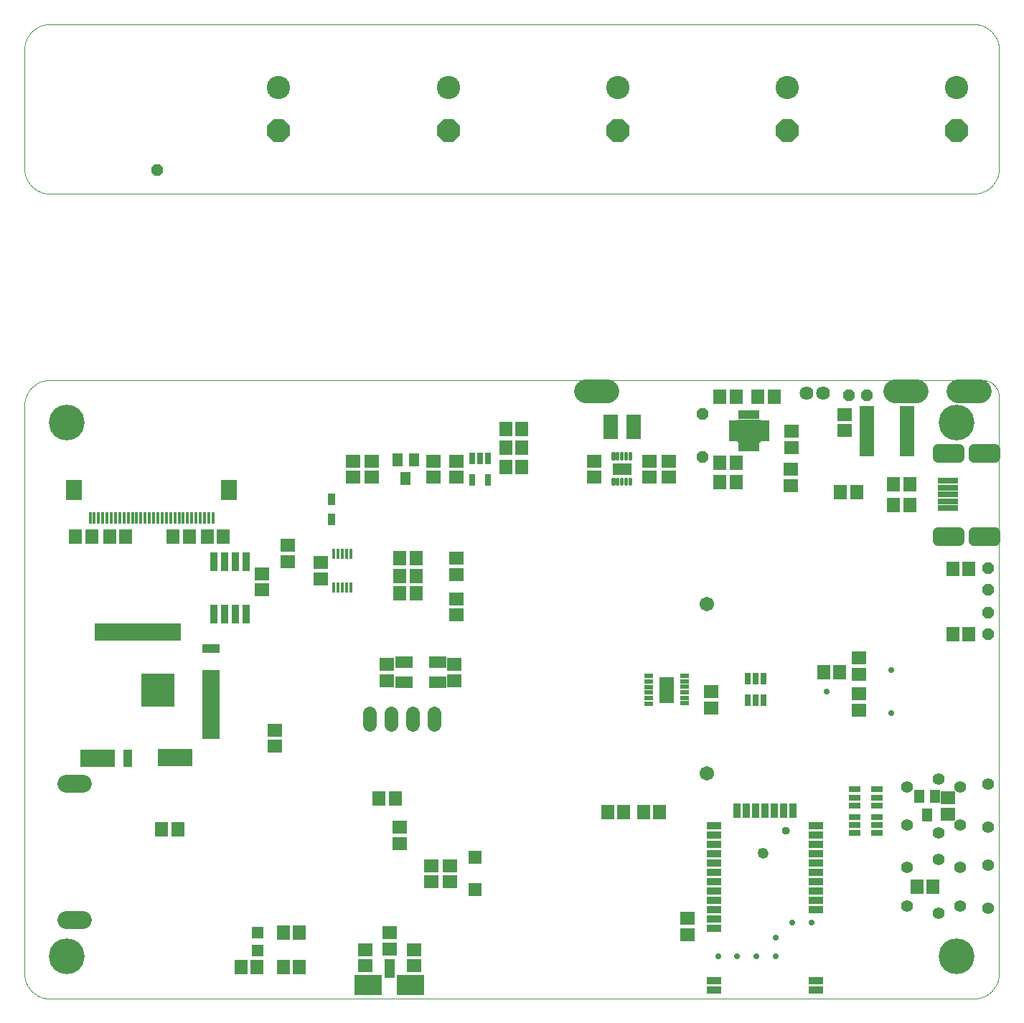
<source format=gbs>
G75*
%MOIN*%
%OFA0B0*%
%FSLAX25Y25*%
%IPPOS*%
%LPD*%
%AMOC8*
5,1,8,0,0,1.08239X$1,22.5*
%
%ADD10C,0.00000*%
%ADD11R,0.05918X0.06706*%
%ADD12R,0.06706X0.05918*%
%ADD13C,0.06706*%
%ADD14C,0.10800*%
%ADD15OC8,0.10800*%
%ADD16R,0.12611X0.09461*%
%ADD17R,0.04737X0.08674*%
%ADD18C,0.06400*%
%ADD19R,0.05524X0.05524*%
%ADD20R,0.03000X0.05800*%
%ADD21R,0.04343X0.02375*%
%ADD22R,0.07099X0.12217*%
%ADD23R,0.03400X0.08800*%
%ADD24R,0.01575X0.05512*%
%ADD25R,0.07480X0.09252*%
%ADD26R,0.01587X0.04737*%
%ADD27R,0.04737X0.06312*%
%ADD28C,0.08477*%
%ADD29C,0.01427*%
%ADD30R,0.08674X0.05524*%
%ADD31R,0.05800X0.03000*%
%ADD32R,0.06706X0.11430*%
%ADD33R,0.07099X0.23241*%
%ADD34OC8,0.05600*%
%ADD35R,0.03300X0.05800*%
%ADD36C,0.10850*%
%ADD37C,0.02769*%
%ADD38R,0.07887X0.05524*%
%ADD39R,0.09658X0.02769*%
%ADD40C,0.04337*%
%ADD41R,0.01981X0.03950*%
%ADD42R,0.03950X0.01981*%
%ADD43R,0.10643X0.10643*%
%ADD44C,0.06200*%
%ADD45C,0.03753*%
%ADD46C,0.04934*%
%ADD47C,0.05524*%
%ADD48R,0.06312X0.06312*%
%ADD49R,0.03950X0.08280*%
%ADD50R,0.08280X0.03950*%
%ADD51R,0.15367X0.15367*%
%ADD52R,0.06706X0.03556*%
%ADD53R,0.03556X0.06706*%
%ADD54C,0.16611*%
%ADD55OC8,0.05229*%
D10*
X0071650Y0095547D02*
X0500784Y0095547D01*
X0501069Y0095550D01*
X0501355Y0095561D01*
X0501640Y0095578D01*
X0501924Y0095602D01*
X0502208Y0095633D01*
X0502491Y0095671D01*
X0502772Y0095716D01*
X0503053Y0095767D01*
X0503333Y0095825D01*
X0503611Y0095890D01*
X0503887Y0095962D01*
X0504161Y0096040D01*
X0504434Y0096125D01*
X0504704Y0096217D01*
X0504972Y0096315D01*
X0505238Y0096419D01*
X0505501Y0096530D01*
X0505761Y0096647D01*
X0506019Y0096770D01*
X0506273Y0096900D01*
X0506524Y0097036D01*
X0506772Y0097177D01*
X0507016Y0097325D01*
X0507257Y0097478D01*
X0507493Y0097638D01*
X0507726Y0097803D01*
X0507955Y0097973D01*
X0508180Y0098149D01*
X0508400Y0098331D01*
X0508616Y0098517D01*
X0508827Y0098709D01*
X0509034Y0098906D01*
X0509236Y0099108D01*
X0509433Y0099315D01*
X0509625Y0099526D01*
X0509811Y0099742D01*
X0509993Y0099962D01*
X0510169Y0100187D01*
X0510339Y0100416D01*
X0510504Y0100649D01*
X0510664Y0100885D01*
X0510817Y0101126D01*
X0510965Y0101370D01*
X0511106Y0101618D01*
X0511242Y0101869D01*
X0511372Y0102123D01*
X0511495Y0102381D01*
X0511612Y0102641D01*
X0511723Y0102904D01*
X0511827Y0103170D01*
X0511925Y0103438D01*
X0512017Y0103708D01*
X0512102Y0103981D01*
X0512180Y0104255D01*
X0512252Y0104531D01*
X0512317Y0104809D01*
X0512375Y0105089D01*
X0512426Y0105370D01*
X0512471Y0105651D01*
X0512509Y0105934D01*
X0512540Y0106218D01*
X0512564Y0106502D01*
X0512581Y0106787D01*
X0512592Y0107073D01*
X0512595Y0107358D01*
X0512595Y0375075D01*
X0512593Y0375265D01*
X0512586Y0375455D01*
X0512574Y0375645D01*
X0512558Y0375835D01*
X0512538Y0376024D01*
X0512512Y0376213D01*
X0512483Y0376401D01*
X0512448Y0376588D01*
X0512409Y0376774D01*
X0512366Y0376959D01*
X0512318Y0377144D01*
X0512266Y0377327D01*
X0512210Y0377508D01*
X0512149Y0377688D01*
X0512083Y0377867D01*
X0512014Y0378044D01*
X0511940Y0378220D01*
X0511862Y0378393D01*
X0511779Y0378565D01*
X0511693Y0378734D01*
X0511603Y0378902D01*
X0511508Y0379067D01*
X0511410Y0379230D01*
X0511307Y0379390D01*
X0511201Y0379548D01*
X0511091Y0379703D01*
X0510978Y0379856D01*
X0510860Y0380006D01*
X0510739Y0380152D01*
X0510615Y0380296D01*
X0510487Y0380437D01*
X0510356Y0380575D01*
X0510221Y0380710D01*
X0510083Y0380841D01*
X0509942Y0380969D01*
X0509798Y0381093D01*
X0509652Y0381214D01*
X0509502Y0381332D01*
X0509349Y0381445D01*
X0509194Y0381555D01*
X0509036Y0381661D01*
X0508876Y0381764D01*
X0508713Y0381862D01*
X0508548Y0381957D01*
X0508380Y0382047D01*
X0508211Y0382133D01*
X0508039Y0382216D01*
X0507866Y0382294D01*
X0507690Y0382368D01*
X0507513Y0382437D01*
X0507334Y0382503D01*
X0507154Y0382564D01*
X0506973Y0382620D01*
X0506790Y0382672D01*
X0506605Y0382720D01*
X0506420Y0382763D01*
X0506234Y0382802D01*
X0506047Y0382837D01*
X0505859Y0382866D01*
X0505670Y0382892D01*
X0505481Y0382912D01*
X0505291Y0382928D01*
X0505101Y0382940D01*
X0504911Y0382947D01*
X0504721Y0382949D01*
X0071650Y0382949D01*
X0071365Y0382946D01*
X0071079Y0382935D01*
X0070794Y0382918D01*
X0070510Y0382894D01*
X0070226Y0382863D01*
X0069943Y0382825D01*
X0069662Y0382780D01*
X0069381Y0382729D01*
X0069101Y0382671D01*
X0068823Y0382606D01*
X0068547Y0382534D01*
X0068273Y0382456D01*
X0068000Y0382371D01*
X0067730Y0382279D01*
X0067462Y0382181D01*
X0067196Y0382077D01*
X0066933Y0381966D01*
X0066673Y0381849D01*
X0066415Y0381726D01*
X0066161Y0381596D01*
X0065910Y0381460D01*
X0065662Y0381319D01*
X0065418Y0381171D01*
X0065177Y0381018D01*
X0064941Y0380858D01*
X0064708Y0380693D01*
X0064479Y0380523D01*
X0064254Y0380347D01*
X0064034Y0380165D01*
X0063818Y0379979D01*
X0063607Y0379787D01*
X0063400Y0379590D01*
X0063198Y0379388D01*
X0063001Y0379181D01*
X0062809Y0378970D01*
X0062623Y0378754D01*
X0062441Y0378534D01*
X0062265Y0378309D01*
X0062095Y0378080D01*
X0061930Y0377847D01*
X0061770Y0377611D01*
X0061617Y0377370D01*
X0061469Y0377126D01*
X0061328Y0376878D01*
X0061192Y0376627D01*
X0061062Y0376373D01*
X0060939Y0376115D01*
X0060822Y0375855D01*
X0060711Y0375592D01*
X0060607Y0375326D01*
X0060509Y0375058D01*
X0060417Y0374788D01*
X0060332Y0374515D01*
X0060254Y0374241D01*
X0060182Y0373965D01*
X0060117Y0373687D01*
X0060059Y0373407D01*
X0060008Y0373126D01*
X0059963Y0372845D01*
X0059925Y0372562D01*
X0059894Y0372278D01*
X0059870Y0371994D01*
X0059853Y0371709D01*
X0059842Y0371423D01*
X0059839Y0371138D01*
X0059839Y0107358D01*
X0059842Y0107073D01*
X0059853Y0106787D01*
X0059870Y0106502D01*
X0059894Y0106218D01*
X0059925Y0105934D01*
X0059963Y0105651D01*
X0060008Y0105370D01*
X0060059Y0105089D01*
X0060117Y0104809D01*
X0060182Y0104531D01*
X0060254Y0104255D01*
X0060332Y0103981D01*
X0060417Y0103708D01*
X0060509Y0103438D01*
X0060607Y0103170D01*
X0060711Y0102904D01*
X0060822Y0102641D01*
X0060939Y0102381D01*
X0061062Y0102123D01*
X0061192Y0101869D01*
X0061328Y0101618D01*
X0061469Y0101370D01*
X0061617Y0101126D01*
X0061770Y0100885D01*
X0061930Y0100649D01*
X0062095Y0100416D01*
X0062265Y0100187D01*
X0062441Y0099962D01*
X0062623Y0099742D01*
X0062809Y0099526D01*
X0063001Y0099315D01*
X0063198Y0099108D01*
X0063400Y0098906D01*
X0063607Y0098709D01*
X0063818Y0098517D01*
X0064034Y0098331D01*
X0064254Y0098149D01*
X0064479Y0097973D01*
X0064708Y0097803D01*
X0064941Y0097638D01*
X0065177Y0097478D01*
X0065418Y0097325D01*
X0065662Y0097177D01*
X0065910Y0097036D01*
X0066161Y0096900D01*
X0066415Y0096770D01*
X0066673Y0096647D01*
X0066933Y0096530D01*
X0067196Y0096419D01*
X0067462Y0096315D01*
X0067730Y0096217D01*
X0068000Y0096125D01*
X0068273Y0096040D01*
X0068547Y0095962D01*
X0068823Y0095890D01*
X0069101Y0095825D01*
X0069381Y0095767D01*
X0069662Y0095716D01*
X0069943Y0095671D01*
X0070226Y0095633D01*
X0070510Y0095602D01*
X0070794Y0095578D01*
X0071079Y0095561D01*
X0071365Y0095550D01*
X0071650Y0095547D01*
X0400908Y0163093D02*
X0400910Y0163184D01*
X0400916Y0163274D01*
X0400926Y0163365D01*
X0400940Y0163454D01*
X0400958Y0163543D01*
X0400979Y0163632D01*
X0401005Y0163719D01*
X0401034Y0163805D01*
X0401068Y0163889D01*
X0401104Y0163972D01*
X0401145Y0164054D01*
X0401189Y0164133D01*
X0401236Y0164211D01*
X0401287Y0164286D01*
X0401341Y0164359D01*
X0401398Y0164429D01*
X0401458Y0164497D01*
X0401521Y0164563D01*
X0401587Y0164625D01*
X0401656Y0164684D01*
X0401727Y0164741D01*
X0401801Y0164794D01*
X0401877Y0164844D01*
X0401955Y0164891D01*
X0402035Y0164934D01*
X0402116Y0164973D01*
X0402200Y0165009D01*
X0402285Y0165041D01*
X0402371Y0165070D01*
X0402458Y0165094D01*
X0402547Y0165115D01*
X0402636Y0165132D01*
X0402726Y0165145D01*
X0402816Y0165154D01*
X0402907Y0165159D01*
X0402998Y0165160D01*
X0403088Y0165157D01*
X0403179Y0165150D01*
X0403269Y0165139D01*
X0403359Y0165124D01*
X0403448Y0165105D01*
X0403536Y0165083D01*
X0403622Y0165056D01*
X0403708Y0165026D01*
X0403792Y0164992D01*
X0403875Y0164954D01*
X0403956Y0164913D01*
X0404035Y0164868D01*
X0404112Y0164819D01*
X0404186Y0164768D01*
X0404259Y0164713D01*
X0404329Y0164655D01*
X0404396Y0164594D01*
X0404460Y0164530D01*
X0404522Y0164464D01*
X0404581Y0164394D01*
X0404636Y0164323D01*
X0404689Y0164248D01*
X0404738Y0164172D01*
X0404784Y0164094D01*
X0404826Y0164013D01*
X0404865Y0163931D01*
X0404900Y0163847D01*
X0404931Y0163762D01*
X0404958Y0163675D01*
X0404982Y0163588D01*
X0405002Y0163499D01*
X0405018Y0163410D01*
X0405030Y0163320D01*
X0405038Y0163229D01*
X0405042Y0163138D01*
X0405042Y0163048D01*
X0405038Y0162957D01*
X0405030Y0162866D01*
X0405018Y0162776D01*
X0405002Y0162687D01*
X0404982Y0162598D01*
X0404958Y0162511D01*
X0404931Y0162424D01*
X0404900Y0162339D01*
X0404865Y0162255D01*
X0404826Y0162173D01*
X0404784Y0162092D01*
X0404738Y0162014D01*
X0404689Y0161938D01*
X0404636Y0161863D01*
X0404581Y0161792D01*
X0404522Y0161722D01*
X0404460Y0161656D01*
X0404396Y0161592D01*
X0404329Y0161531D01*
X0404259Y0161473D01*
X0404186Y0161418D01*
X0404112Y0161367D01*
X0404035Y0161318D01*
X0403956Y0161273D01*
X0403875Y0161232D01*
X0403792Y0161194D01*
X0403708Y0161160D01*
X0403622Y0161130D01*
X0403536Y0161103D01*
X0403448Y0161081D01*
X0403359Y0161062D01*
X0403269Y0161047D01*
X0403179Y0161036D01*
X0403088Y0161029D01*
X0402998Y0161026D01*
X0402907Y0161027D01*
X0402816Y0161032D01*
X0402726Y0161041D01*
X0402636Y0161054D01*
X0402547Y0161071D01*
X0402458Y0161092D01*
X0402371Y0161116D01*
X0402285Y0161145D01*
X0402200Y0161177D01*
X0402116Y0161213D01*
X0402035Y0161252D01*
X0401955Y0161295D01*
X0401877Y0161342D01*
X0401801Y0161392D01*
X0401727Y0161445D01*
X0401656Y0161502D01*
X0401587Y0161561D01*
X0401521Y0161623D01*
X0401458Y0161689D01*
X0401398Y0161757D01*
X0401341Y0161827D01*
X0401287Y0161900D01*
X0401236Y0161975D01*
X0401189Y0162053D01*
X0401145Y0162132D01*
X0401104Y0162214D01*
X0401068Y0162297D01*
X0401034Y0162381D01*
X0401005Y0162467D01*
X0400979Y0162554D01*
X0400958Y0162643D01*
X0400940Y0162732D01*
X0400926Y0162821D01*
X0400916Y0162912D01*
X0400910Y0163002D01*
X0400908Y0163093D01*
X0412078Y0173671D02*
X0412080Y0173748D01*
X0412086Y0173824D01*
X0412096Y0173900D01*
X0412110Y0173975D01*
X0412127Y0174050D01*
X0412149Y0174123D01*
X0412174Y0174196D01*
X0412204Y0174267D01*
X0412236Y0174336D01*
X0412273Y0174403D01*
X0412312Y0174469D01*
X0412355Y0174532D01*
X0412402Y0174593D01*
X0412451Y0174652D01*
X0412504Y0174708D01*
X0412559Y0174761D01*
X0412617Y0174811D01*
X0412677Y0174858D01*
X0412740Y0174902D01*
X0412805Y0174943D01*
X0412872Y0174980D01*
X0412941Y0175014D01*
X0413011Y0175044D01*
X0413083Y0175070D01*
X0413157Y0175092D01*
X0413231Y0175111D01*
X0413306Y0175126D01*
X0413382Y0175137D01*
X0413458Y0175144D01*
X0413535Y0175147D01*
X0413611Y0175146D01*
X0413688Y0175141D01*
X0413764Y0175132D01*
X0413840Y0175119D01*
X0413914Y0175102D01*
X0413988Y0175082D01*
X0414061Y0175057D01*
X0414132Y0175029D01*
X0414202Y0174997D01*
X0414270Y0174962D01*
X0414336Y0174923D01*
X0414400Y0174881D01*
X0414461Y0174835D01*
X0414521Y0174786D01*
X0414577Y0174735D01*
X0414631Y0174680D01*
X0414682Y0174623D01*
X0414730Y0174563D01*
X0414775Y0174501D01*
X0414816Y0174436D01*
X0414854Y0174370D01*
X0414889Y0174302D01*
X0414919Y0174231D01*
X0414947Y0174160D01*
X0414970Y0174087D01*
X0414990Y0174013D01*
X0415006Y0173938D01*
X0415018Y0173862D01*
X0415026Y0173786D01*
X0415030Y0173709D01*
X0415030Y0173633D01*
X0415026Y0173556D01*
X0415018Y0173480D01*
X0415006Y0173404D01*
X0414990Y0173329D01*
X0414970Y0173255D01*
X0414947Y0173182D01*
X0414919Y0173111D01*
X0414889Y0173040D01*
X0414854Y0172972D01*
X0414816Y0172906D01*
X0414775Y0172841D01*
X0414730Y0172779D01*
X0414682Y0172719D01*
X0414631Y0172662D01*
X0414577Y0172607D01*
X0414521Y0172556D01*
X0414461Y0172507D01*
X0414400Y0172461D01*
X0414336Y0172419D01*
X0414270Y0172380D01*
X0414202Y0172345D01*
X0414132Y0172313D01*
X0414061Y0172285D01*
X0413988Y0172260D01*
X0413914Y0172240D01*
X0413840Y0172223D01*
X0413764Y0172210D01*
X0413688Y0172201D01*
X0413611Y0172196D01*
X0413535Y0172195D01*
X0413458Y0172198D01*
X0413382Y0172205D01*
X0413306Y0172216D01*
X0413231Y0172231D01*
X0413157Y0172250D01*
X0413083Y0172272D01*
X0413011Y0172298D01*
X0412941Y0172328D01*
X0412872Y0172362D01*
X0412805Y0172399D01*
X0412740Y0172440D01*
X0412677Y0172484D01*
X0412617Y0172531D01*
X0412559Y0172581D01*
X0412504Y0172634D01*
X0412451Y0172690D01*
X0412402Y0172749D01*
X0412355Y0172810D01*
X0412312Y0172873D01*
X0412273Y0172939D01*
X0412236Y0173006D01*
X0412204Y0173075D01*
X0412174Y0173146D01*
X0412149Y0173219D01*
X0412127Y0173292D01*
X0412110Y0173367D01*
X0412096Y0173442D01*
X0412086Y0173518D01*
X0412080Y0173594D01*
X0412078Y0173671D01*
X0500784Y0469563D02*
X0071650Y0469563D01*
X0071365Y0469566D01*
X0071079Y0469577D01*
X0070794Y0469594D01*
X0070510Y0469618D01*
X0070226Y0469649D01*
X0069943Y0469687D01*
X0069662Y0469732D01*
X0069381Y0469783D01*
X0069101Y0469841D01*
X0068823Y0469906D01*
X0068547Y0469978D01*
X0068273Y0470056D01*
X0068000Y0470141D01*
X0067730Y0470233D01*
X0067462Y0470331D01*
X0067196Y0470435D01*
X0066933Y0470546D01*
X0066673Y0470663D01*
X0066415Y0470786D01*
X0066161Y0470916D01*
X0065910Y0471052D01*
X0065662Y0471193D01*
X0065418Y0471341D01*
X0065177Y0471494D01*
X0064941Y0471654D01*
X0064708Y0471819D01*
X0064479Y0471989D01*
X0064254Y0472165D01*
X0064034Y0472347D01*
X0063818Y0472533D01*
X0063607Y0472725D01*
X0063400Y0472922D01*
X0063198Y0473124D01*
X0063001Y0473331D01*
X0062809Y0473542D01*
X0062623Y0473758D01*
X0062441Y0473978D01*
X0062265Y0474203D01*
X0062095Y0474432D01*
X0061930Y0474665D01*
X0061770Y0474901D01*
X0061617Y0475142D01*
X0061469Y0475386D01*
X0061328Y0475634D01*
X0061192Y0475885D01*
X0061062Y0476139D01*
X0060939Y0476397D01*
X0060822Y0476657D01*
X0060711Y0476920D01*
X0060607Y0477186D01*
X0060509Y0477454D01*
X0060417Y0477724D01*
X0060332Y0477997D01*
X0060254Y0478271D01*
X0060182Y0478547D01*
X0060117Y0478825D01*
X0060059Y0479105D01*
X0060008Y0479386D01*
X0059963Y0479667D01*
X0059925Y0479950D01*
X0059894Y0480234D01*
X0059870Y0480518D01*
X0059853Y0480803D01*
X0059842Y0481089D01*
X0059839Y0481374D01*
X0059839Y0536492D01*
X0059842Y0536777D01*
X0059853Y0537063D01*
X0059870Y0537348D01*
X0059894Y0537632D01*
X0059925Y0537916D01*
X0059963Y0538199D01*
X0060008Y0538480D01*
X0060059Y0538761D01*
X0060117Y0539041D01*
X0060182Y0539319D01*
X0060254Y0539595D01*
X0060332Y0539869D01*
X0060417Y0540142D01*
X0060509Y0540412D01*
X0060607Y0540680D01*
X0060711Y0540946D01*
X0060822Y0541209D01*
X0060939Y0541469D01*
X0061062Y0541727D01*
X0061192Y0541981D01*
X0061328Y0542232D01*
X0061469Y0542480D01*
X0061617Y0542724D01*
X0061770Y0542965D01*
X0061930Y0543201D01*
X0062095Y0543434D01*
X0062265Y0543663D01*
X0062441Y0543888D01*
X0062623Y0544108D01*
X0062809Y0544324D01*
X0063001Y0544535D01*
X0063198Y0544742D01*
X0063400Y0544944D01*
X0063607Y0545141D01*
X0063818Y0545333D01*
X0064034Y0545519D01*
X0064254Y0545701D01*
X0064479Y0545877D01*
X0064708Y0546047D01*
X0064941Y0546212D01*
X0065177Y0546372D01*
X0065418Y0546525D01*
X0065662Y0546673D01*
X0065910Y0546814D01*
X0066161Y0546950D01*
X0066415Y0547080D01*
X0066673Y0547203D01*
X0066933Y0547320D01*
X0067196Y0547431D01*
X0067462Y0547535D01*
X0067730Y0547633D01*
X0068000Y0547725D01*
X0068273Y0547810D01*
X0068547Y0547888D01*
X0068823Y0547960D01*
X0069101Y0548025D01*
X0069381Y0548083D01*
X0069662Y0548134D01*
X0069943Y0548179D01*
X0070226Y0548217D01*
X0070510Y0548248D01*
X0070794Y0548272D01*
X0071079Y0548289D01*
X0071365Y0548300D01*
X0071650Y0548303D01*
X0500784Y0548303D01*
X0501069Y0548300D01*
X0501355Y0548289D01*
X0501640Y0548272D01*
X0501924Y0548248D01*
X0502208Y0548217D01*
X0502491Y0548179D01*
X0502772Y0548134D01*
X0503053Y0548083D01*
X0503333Y0548025D01*
X0503611Y0547960D01*
X0503887Y0547888D01*
X0504161Y0547810D01*
X0504434Y0547725D01*
X0504704Y0547633D01*
X0504972Y0547535D01*
X0505238Y0547431D01*
X0505501Y0547320D01*
X0505761Y0547203D01*
X0506019Y0547080D01*
X0506273Y0546950D01*
X0506524Y0546814D01*
X0506772Y0546673D01*
X0507016Y0546525D01*
X0507257Y0546372D01*
X0507493Y0546212D01*
X0507726Y0546047D01*
X0507955Y0545877D01*
X0508180Y0545701D01*
X0508400Y0545519D01*
X0508616Y0545333D01*
X0508827Y0545141D01*
X0509034Y0544944D01*
X0509236Y0544742D01*
X0509433Y0544535D01*
X0509625Y0544324D01*
X0509811Y0544108D01*
X0509993Y0543888D01*
X0510169Y0543663D01*
X0510339Y0543434D01*
X0510504Y0543201D01*
X0510664Y0542965D01*
X0510817Y0542724D01*
X0510965Y0542480D01*
X0511106Y0542232D01*
X0511242Y0541981D01*
X0511372Y0541727D01*
X0511495Y0541469D01*
X0511612Y0541209D01*
X0511723Y0540946D01*
X0511827Y0540680D01*
X0511925Y0540412D01*
X0512017Y0540142D01*
X0512102Y0539869D01*
X0512180Y0539595D01*
X0512252Y0539319D01*
X0512317Y0539041D01*
X0512375Y0538761D01*
X0512426Y0538480D01*
X0512471Y0538199D01*
X0512509Y0537916D01*
X0512540Y0537632D01*
X0512564Y0537348D01*
X0512581Y0537063D01*
X0512592Y0536777D01*
X0512595Y0536492D01*
X0512595Y0481374D01*
X0512592Y0481089D01*
X0512581Y0480803D01*
X0512564Y0480518D01*
X0512540Y0480234D01*
X0512509Y0479950D01*
X0512471Y0479667D01*
X0512426Y0479386D01*
X0512375Y0479105D01*
X0512317Y0478825D01*
X0512252Y0478547D01*
X0512180Y0478271D01*
X0512102Y0477997D01*
X0512017Y0477724D01*
X0511925Y0477454D01*
X0511827Y0477186D01*
X0511723Y0476920D01*
X0511612Y0476657D01*
X0511495Y0476397D01*
X0511372Y0476139D01*
X0511242Y0475885D01*
X0511106Y0475634D01*
X0510965Y0475386D01*
X0510817Y0475142D01*
X0510664Y0474901D01*
X0510504Y0474665D01*
X0510339Y0474432D01*
X0510169Y0474203D01*
X0509993Y0473978D01*
X0509811Y0473758D01*
X0509625Y0473542D01*
X0509433Y0473331D01*
X0509236Y0473124D01*
X0509034Y0472922D01*
X0508827Y0472725D01*
X0508616Y0472533D01*
X0508400Y0472347D01*
X0508180Y0472165D01*
X0507955Y0471989D01*
X0507726Y0471819D01*
X0507493Y0471654D01*
X0507257Y0471494D01*
X0507016Y0471341D01*
X0506772Y0471193D01*
X0506524Y0471052D01*
X0506273Y0470916D01*
X0506019Y0470786D01*
X0505761Y0470663D01*
X0505501Y0470546D01*
X0505238Y0470435D01*
X0504972Y0470331D01*
X0504704Y0470233D01*
X0504434Y0470141D01*
X0504161Y0470056D01*
X0503887Y0469978D01*
X0503611Y0469906D01*
X0503333Y0469841D01*
X0503053Y0469783D01*
X0502772Y0469732D01*
X0502491Y0469687D01*
X0502208Y0469649D01*
X0501924Y0469618D01*
X0501640Y0469594D01*
X0501355Y0469577D01*
X0501069Y0469566D01*
X0500784Y0469563D01*
D11*
X0408068Y0375075D03*
X0400587Y0375075D03*
X0390351Y0375075D03*
X0382871Y0375075D03*
X0382871Y0344563D03*
X0390351Y0344563D03*
X0390351Y0335705D03*
X0382871Y0335705D03*
X0438973Y0330783D03*
X0446453Y0330783D03*
X0463579Y0334720D03*
X0471060Y0334720D03*
X0471060Y0324878D03*
X0463579Y0324878D03*
X0491138Y0295350D03*
X0498619Y0295350D03*
X0498619Y0264839D03*
X0491138Y0264839D03*
X0438579Y0247122D03*
X0431099Y0247122D03*
X0354918Y0182161D03*
X0347438Y0182161D03*
X0338186Y0182161D03*
X0330705Y0182161D03*
X0232083Y0188657D03*
X0224603Y0188657D03*
X0187595Y0126059D03*
X0180115Y0126059D03*
X0180115Y0110311D03*
X0187595Y0110311D03*
X0167910Y0110311D03*
X0160430Y0110311D03*
X0131138Y0174248D03*
X0123658Y0174248D03*
X0234249Y0283736D03*
X0241729Y0283736D03*
X0241729Y0292004D03*
X0234249Y0292004D03*
X0234249Y0300272D03*
X0241729Y0300272D03*
X0283461Y0342594D03*
X0290942Y0342594D03*
X0290942Y0351453D03*
X0283461Y0351453D03*
X0283461Y0360311D03*
X0290942Y0360311D03*
X0152162Y0310114D03*
X0144682Y0310114D03*
X0136414Y0310114D03*
X0128934Y0310114D03*
X0106886Y0310114D03*
X0099406Y0310114D03*
X0091138Y0310114D03*
X0083658Y0310114D03*
X0474406Y0147713D03*
X0481886Y0147713D03*
D12*
X0488973Y0181374D03*
X0488973Y0188854D03*
X0447635Y0229602D03*
X0447635Y0237083D03*
X0447635Y0246335D03*
X0447635Y0253815D03*
X0378737Y0238067D03*
X0378737Y0230587D03*
X0367910Y0132752D03*
X0367910Y0125272D03*
X0257674Y0149878D03*
X0257674Y0157358D03*
X0248816Y0157358D03*
X0248816Y0149878D03*
X0234052Y0167594D03*
X0234052Y0175075D03*
X0229406Y0126138D03*
X0229406Y0118657D03*
X0240705Y0118264D03*
X0240705Y0110783D03*
X0218068Y0110783D03*
X0218068Y0118264D03*
X0176178Y0212870D03*
X0176178Y0220350D03*
X0228146Y0243382D03*
X0228146Y0250862D03*
X0259642Y0250862D03*
X0259642Y0243382D03*
X0260627Y0273894D03*
X0260627Y0281374D03*
X0260627Y0292594D03*
X0260627Y0300075D03*
X0260627Y0337870D03*
X0260627Y0345350D03*
X0249800Y0345350D03*
X0249800Y0337870D03*
X0221257Y0337870D03*
X0221257Y0345350D03*
X0212398Y0345350D03*
X0212398Y0337870D03*
X0182280Y0306177D03*
X0182280Y0298697D03*
X0170272Y0292988D03*
X0170272Y0285508D03*
X0197635Y0290626D03*
X0197635Y0298106D03*
X0324603Y0337870D03*
X0324603Y0345350D03*
X0350194Y0345350D03*
X0350194Y0337870D03*
X0359052Y0337831D03*
X0359052Y0345311D03*
X0415981Y0341531D03*
X0416138Y0351650D03*
X0416138Y0359130D03*
X0440745Y0359524D03*
X0440745Y0367004D03*
X0415981Y0334051D03*
D13*
X0376768Y0278894D03*
X0376768Y0200154D03*
D14*
X0414170Y0518933D03*
X0492910Y0518933D03*
X0335430Y0518933D03*
X0256690Y0518933D03*
X0177949Y0518933D03*
D15*
X0177949Y0498933D03*
X0256690Y0498933D03*
X0335430Y0498933D03*
X0414170Y0498933D03*
X0492910Y0498933D03*
D16*
X0239288Y0101728D03*
X0219603Y0101728D03*
D17*
X0229446Y0109602D03*
D18*
X0423028Y0377043D03*
X0430902Y0377043D03*
D19*
X0168107Y0126256D03*
X0168107Y0117988D03*
D20*
X0395706Y0234148D03*
X0399406Y0234148D03*
X0403106Y0234148D03*
X0403106Y0244348D03*
X0399406Y0244348D03*
X0395706Y0244348D03*
X0275153Y0336510D03*
X0267753Y0336510D03*
X0267753Y0346710D03*
X0271453Y0346710D03*
X0275153Y0346710D03*
D21*
X0349997Y0245508D03*
X0349997Y0242949D03*
X0349997Y0240390D03*
X0349997Y0237831D03*
X0349997Y0235272D03*
X0349997Y0232713D03*
X0366532Y0232752D03*
X0366532Y0235311D03*
X0366532Y0237870D03*
X0366532Y0240429D03*
X0366532Y0242988D03*
X0366532Y0245547D03*
D22*
X0358264Y0239051D03*
D23*
X0162812Y0274392D03*
X0157812Y0274392D03*
X0152812Y0274392D03*
X0147812Y0274392D03*
X0147812Y0298592D03*
X0152812Y0298592D03*
X0157812Y0298592D03*
X0162812Y0298592D03*
D24*
X0147438Y0318972D03*
X0145469Y0318972D03*
X0143501Y0318972D03*
X0141532Y0318972D03*
X0139564Y0318972D03*
X0137595Y0318972D03*
X0135627Y0318972D03*
X0133658Y0318972D03*
X0131690Y0318972D03*
X0129721Y0318972D03*
X0127753Y0318972D03*
X0125784Y0318972D03*
X0123816Y0318972D03*
X0121847Y0318972D03*
X0119879Y0318972D03*
X0117910Y0318972D03*
X0115942Y0318972D03*
X0113973Y0318972D03*
X0112005Y0318972D03*
X0110036Y0318972D03*
X0108068Y0318972D03*
X0106099Y0318972D03*
X0104131Y0318972D03*
X0102162Y0318972D03*
X0100194Y0318972D03*
X0098225Y0318972D03*
X0096257Y0318972D03*
X0094288Y0318972D03*
X0092320Y0318972D03*
X0090351Y0318972D03*
D25*
X0082871Y0331768D03*
X0154918Y0331768D03*
D26*
X0203540Y0302240D03*
X0205509Y0302240D03*
X0207477Y0302240D03*
X0209446Y0302240D03*
X0211414Y0302240D03*
X0211414Y0286492D03*
X0209446Y0286492D03*
X0207477Y0286492D03*
X0205509Y0286492D03*
X0203540Y0286492D03*
D27*
X0237005Y0337280D03*
X0240745Y0345941D03*
X0233264Y0345941D03*
X0475390Y0189445D03*
X0482871Y0189445D03*
X0479131Y0180783D03*
D28*
X0086946Y0195626D02*
X0079268Y0195626D01*
X0079268Y0132083D02*
X0086946Y0132083D01*
D29*
X0333223Y0334443D02*
X0333699Y0334443D01*
X0333223Y0334443D02*
X0333223Y0336967D01*
X0333699Y0336967D01*
X0333699Y0334443D01*
X0333699Y0335869D02*
X0333223Y0335869D01*
X0335192Y0334443D02*
X0335668Y0334443D01*
X0335192Y0334443D02*
X0335192Y0336967D01*
X0335668Y0336967D01*
X0335668Y0334443D01*
X0335668Y0335869D02*
X0335192Y0335869D01*
X0337160Y0334443D02*
X0337636Y0334443D01*
X0337160Y0334443D02*
X0337160Y0336967D01*
X0337636Y0336967D01*
X0337636Y0334443D01*
X0337636Y0335869D02*
X0337160Y0335869D01*
X0339129Y0334443D02*
X0339605Y0334443D01*
X0339129Y0334443D02*
X0339129Y0336967D01*
X0339605Y0336967D01*
X0339605Y0334443D01*
X0339605Y0335869D02*
X0339129Y0335869D01*
X0341097Y0334443D02*
X0341573Y0334443D01*
X0341097Y0334443D02*
X0341097Y0336967D01*
X0341573Y0336967D01*
X0341573Y0334443D01*
X0341573Y0335869D02*
X0341097Y0335869D01*
X0341097Y0346254D02*
X0341573Y0346254D01*
X0341097Y0346254D02*
X0341097Y0348778D01*
X0341573Y0348778D01*
X0341573Y0346254D01*
X0341573Y0347680D02*
X0341097Y0347680D01*
X0339605Y0346254D02*
X0339129Y0346254D01*
X0339129Y0348778D01*
X0339605Y0348778D01*
X0339605Y0346254D01*
X0339605Y0347680D02*
X0339129Y0347680D01*
X0337636Y0346254D02*
X0337160Y0346254D01*
X0337160Y0348778D01*
X0337636Y0348778D01*
X0337636Y0346254D01*
X0337636Y0347680D02*
X0337160Y0347680D01*
X0335668Y0346254D02*
X0335192Y0346254D01*
X0335192Y0348778D01*
X0335668Y0348778D01*
X0335668Y0346254D01*
X0335668Y0347680D02*
X0335192Y0347680D01*
X0333699Y0346254D02*
X0333223Y0346254D01*
X0333223Y0348778D01*
X0333699Y0348778D01*
X0333699Y0346254D01*
X0333699Y0347680D02*
X0333223Y0347680D01*
D30*
X0337398Y0341610D03*
D31*
X0445487Y0192751D03*
X0445487Y0189051D03*
X0445487Y0185351D03*
X0445487Y0179956D03*
X0445487Y0176256D03*
X0445487Y0172556D03*
X0455687Y0172556D03*
X0455687Y0176256D03*
X0455687Y0179956D03*
X0455687Y0185351D03*
X0455687Y0189051D03*
X0455687Y0192751D03*
D32*
X0342713Y0361335D03*
X0332083Y0361256D03*
D33*
X0451178Y0359327D03*
X0469682Y0359327D03*
D34*
X0507674Y0295429D03*
X0507674Y0285429D03*
X0507674Y0274760D03*
X0507674Y0264760D03*
X0374800Y0347358D03*
X0374800Y0367358D03*
D35*
X0202556Y0327437D03*
X0202556Y0318382D03*
D36*
X0320562Y0377909D02*
X0330612Y0377909D01*
X0464263Y0377909D02*
X0474313Y0377909D01*
X0493594Y0377870D02*
X0503644Y0377870D01*
D37*
X0462635Y0248264D03*
X0462635Y0228264D03*
X0432635Y0238264D03*
X0425410Y0130862D03*
X0416552Y0130862D03*
X0408678Y0123972D03*
X0408678Y0115114D03*
X0399820Y0115114D03*
X0390961Y0115114D03*
X0382103Y0115114D03*
X0126390Y0233720D03*
X0121469Y0233720D03*
X0116548Y0233720D03*
X0116548Y0238642D03*
X0116548Y0243563D03*
X0121469Y0243563D03*
X0121469Y0238642D03*
X0126390Y0238642D03*
X0126390Y0243563D03*
D38*
X0236020Y0242398D03*
X0236020Y0251846D03*
X0251768Y0251846D03*
X0251768Y0242398D03*
D39*
X0488973Y0323500D03*
X0488973Y0326650D03*
X0488973Y0329799D03*
X0488973Y0332949D03*
X0488973Y0336098D03*
D40*
X0483851Y0351260D02*
X0494095Y0351260D01*
X0494095Y0346922D01*
X0483851Y0346922D01*
X0483851Y0351260D01*
X0483851Y0351258D02*
X0494095Y0351258D01*
X0500583Y0351260D02*
X0510827Y0351260D01*
X0510827Y0346922D01*
X0500583Y0346922D01*
X0500583Y0351260D01*
X0500583Y0351258D02*
X0510827Y0351258D01*
X0510827Y0312677D02*
X0500583Y0312677D01*
X0510827Y0312677D02*
X0510827Y0308339D01*
X0500583Y0308339D01*
X0500583Y0312677D01*
X0500583Y0312675D02*
X0510827Y0312675D01*
X0494095Y0312677D02*
X0483851Y0312677D01*
X0494095Y0312677D02*
X0494095Y0308339D01*
X0483851Y0308339D01*
X0483851Y0312677D01*
X0483851Y0312675D02*
X0494095Y0312675D01*
D41*
X0400314Y0351966D03*
X0398414Y0351966D03*
X0396414Y0351966D03*
X0394414Y0351966D03*
X0392514Y0351966D03*
X0392514Y0366766D03*
X0394414Y0366766D03*
X0396414Y0366766D03*
X0398414Y0366766D03*
X0400314Y0366766D03*
D42*
X0403814Y0363266D03*
X0403814Y0361366D03*
X0403814Y0359366D03*
X0403814Y0357366D03*
X0403814Y0355466D03*
X0389014Y0355466D03*
X0389014Y0357366D03*
X0389014Y0359366D03*
X0389014Y0361366D03*
X0389014Y0363266D03*
D43*
X0396414Y0359366D03*
D44*
X0250036Y0228169D02*
X0250036Y0222769D01*
X0240036Y0222769D02*
X0240036Y0228169D01*
X0230036Y0228169D02*
X0230036Y0222769D01*
X0220036Y0222769D02*
X0220036Y0228169D01*
D45*
X0413554Y0173671D03*
D46*
X0402975Y0163093D03*
D47*
X0469871Y0156429D03*
X0484642Y0160114D03*
X0494674Y0156429D03*
X0507674Y0157713D03*
X0507674Y0175114D03*
X0494674Y0176114D03*
X0484642Y0172713D03*
X0469871Y0176114D03*
X0469871Y0193831D03*
X0484642Y0197516D03*
X0494674Y0193831D03*
X0507674Y0195114D03*
X0507674Y0137713D03*
X0494674Y0138713D03*
X0484642Y0135311D03*
X0469871Y0138713D03*
D48*
X0269288Y0146138D03*
X0269288Y0161098D03*
D49*
X0135942Y0207406D03*
X0131942Y0207406D03*
X0127942Y0207406D03*
X0123942Y0207406D03*
X0107839Y0207358D03*
X0099902Y0207366D03*
X0095902Y0207366D03*
X0091902Y0207366D03*
X0087902Y0207366D03*
X0094453Y0265823D03*
X0098453Y0265823D03*
X0102453Y0265823D03*
X0106453Y0265823D03*
X0110453Y0265823D03*
X0114453Y0265823D03*
X0118453Y0265823D03*
X0122453Y0265823D03*
X0126453Y0265823D03*
X0130453Y0265823D03*
D50*
X0146453Y0258343D03*
X0146453Y0246343D03*
X0146453Y0242343D03*
X0146453Y0238343D03*
X0146453Y0234343D03*
X0146453Y0230343D03*
X0146453Y0226343D03*
X0146453Y0222343D03*
X0146453Y0218343D03*
D51*
X0121721Y0238760D03*
D52*
X0380135Y0175941D03*
X0380135Y0171610D03*
X0380135Y0167280D03*
X0380135Y0162949D03*
X0380135Y0158618D03*
X0380135Y0154287D03*
X0380135Y0149957D03*
X0380135Y0145626D03*
X0380135Y0141295D03*
X0380135Y0136965D03*
X0380135Y0132634D03*
X0380135Y0128303D03*
X0380135Y0103894D03*
X0380135Y0099563D03*
X0427379Y0099563D03*
X0427379Y0103894D03*
X0427379Y0136965D03*
X0427379Y0141295D03*
X0427379Y0145626D03*
X0427379Y0149957D03*
X0427379Y0154287D03*
X0427379Y0158618D03*
X0427379Y0162949D03*
X0427379Y0167280D03*
X0427379Y0171610D03*
X0427379Y0175941D03*
D53*
X0416749Y0183028D03*
X0412418Y0183028D03*
X0408087Y0183028D03*
X0403757Y0183028D03*
X0399426Y0183028D03*
X0395095Y0183028D03*
X0390764Y0183028D03*
D54*
X0492910Y0115232D03*
X0492910Y0363264D03*
X0079524Y0363264D03*
X0079524Y0115232D03*
D55*
X0442910Y0375862D03*
X0451178Y0375862D03*
X0121650Y0480587D03*
M02*

</source>
